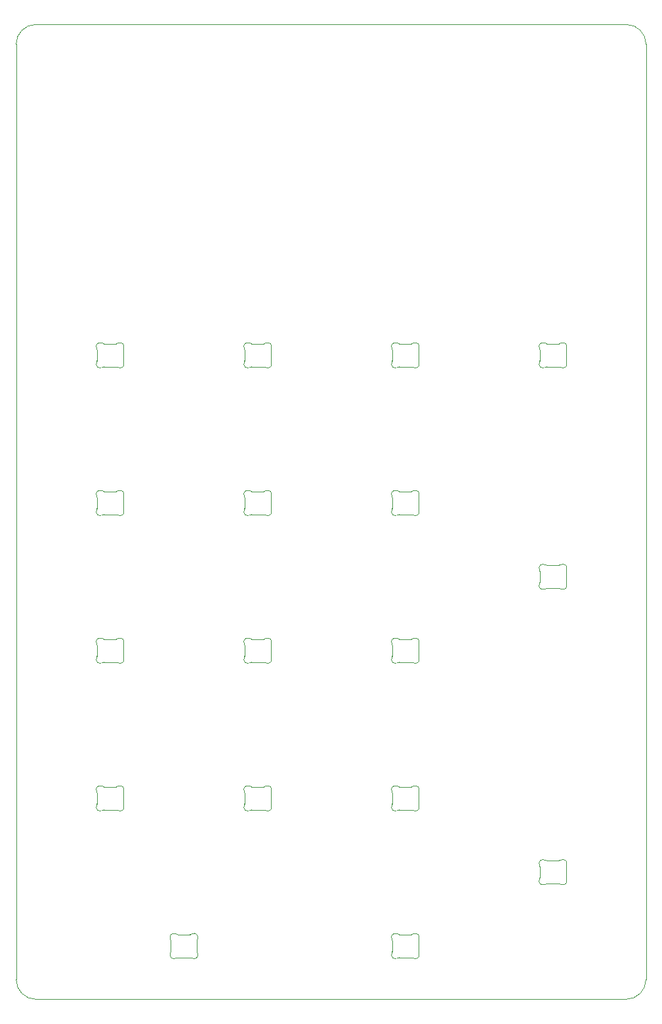
<source format=gbr>
%TF.GenerationSoftware,KiCad,Pcbnew,(6.0.10-0)*%
%TF.CreationDate,2023-02-04T09:28:37-08:00*%
%TF.ProjectId,ElephantKeyboard,456c6570-6861-46e7-944b-6579626f6172,rev?*%
%TF.SameCoordinates,Original*%
%TF.FileFunction,Profile,NP*%
%FSLAX46Y46*%
G04 Gerber Fmt 4.6, Leading zero omitted, Abs format (unit mm)*
G04 Created by KiCad (PCBNEW (6.0.10-0)) date 2023-02-04 09:28:37*
%MOMM*%
%LPD*%
G01*
G04 APERTURE LIST*
%TA.AperFunction,Profile*%
%ADD10C,0.100000*%
%TD*%
G04 APERTURE END LIST*
D10*
X139700000Y-161290000D02*
G75*
G03*
X142240000Y-158750000I0J2540000D01*
G01*
X63500000Y-35560000D02*
X139700000Y-35560000D01*
X142240000Y-158750000D02*
X142240000Y-38100000D01*
X60960000Y-158750000D02*
X60960000Y-38100000D01*
X60960000Y-158750000D02*
G75*
G03*
X63500000Y-161290000I2540000J0D01*
G01*
X142240000Y-38100000D02*
G75*
G03*
X139700000Y-35560000I-2540000J0D01*
G01*
X63500000Y-35560000D02*
G75*
G03*
X60960000Y-38100000I0J-2540000D01*
G01*
X63500000Y-161290000D02*
X139700000Y-161290000D01*
%TO.C,LED15*%
X80913501Y-155134841D02*
X80913501Y-153729157D01*
X84313499Y-153729157D02*
X84313499Y-155134841D01*
X81819048Y-152932000D02*
X83407953Y-152932000D01*
X83407952Y-155931999D02*
X81819048Y-155931999D01*
X80864020Y-155351721D02*
G75*
G03*
X81566789Y-156000296I450510J-216879D01*
G01*
X83407953Y-152932000D02*
G75*
G03*
X83660211Y-152863701I-3J500009D01*
G01*
X83660211Y-156000298D02*
G75*
G03*
X83407952Y-155931999I-252261J-431710D01*
G01*
X80864016Y-155351719D02*
G75*
G03*
X80913501Y-155134842I-450866J216959D01*
G01*
X84313499Y-155134841D02*
G75*
G03*
X84362984Y-155351719I499990J-2D01*
G01*
X81566789Y-152863700D02*
G75*
G03*
X80864016Y-153512279I-252259J-431700D01*
G01*
X84362984Y-153512279D02*
G75*
G03*
X84313499Y-153729156I450505J-216876D01*
G01*
X84362983Y-153512279D02*
G75*
G03*
X83660211Y-152863701I-450514J216878D01*
G01*
X81566789Y-152863700D02*
G75*
G03*
X81819047Y-152931999I252261J431710D01*
G01*
X83660211Y-156000298D02*
G75*
G03*
X84362984Y-155351718I252259J431700D01*
G01*
X80913513Y-153729157D02*
G75*
G03*
X80864016Y-153512279I-500513J-143D01*
G01*
X81819048Y-155932000D02*
G75*
G03*
X81566790Y-156000298I2J-500010D01*
G01*
%TO.C,LED5*%
X71388501Y-97984841D02*
X71388501Y-96579157D01*
X74788499Y-96579157D02*
X74788499Y-97984841D01*
X73882952Y-98781999D02*
X72294048Y-98781999D01*
X72294048Y-95782000D02*
X73882953Y-95782000D01*
X71339016Y-98201719D02*
G75*
G03*
X71388501Y-97984842I-450866J216959D01*
G01*
X73882953Y-95782000D02*
G75*
G03*
X74135211Y-95713701I-3J500009D01*
G01*
X74788499Y-97984841D02*
G75*
G03*
X74837984Y-98201719I499990J-2D01*
G01*
X74837984Y-96362279D02*
G75*
G03*
X74788499Y-96579156I450505J-216876D01*
G01*
X72294048Y-98782000D02*
G75*
G03*
X72041790Y-98850298I2J-500010D01*
G01*
X71388513Y-96579157D02*
G75*
G03*
X71339016Y-96362279I-500513J-143D01*
G01*
X72041789Y-95713700D02*
G75*
G03*
X71339016Y-96362279I-252259J-431700D01*
G01*
X71339020Y-98201721D02*
G75*
G03*
X72041789Y-98850296I450510J-216879D01*
G01*
X74135211Y-98850298D02*
G75*
G03*
X73882952Y-98781999I-252261J-431710D01*
G01*
X74135211Y-98850298D02*
G75*
G03*
X74837984Y-98201718I252259J431700D01*
G01*
X72041789Y-95713700D02*
G75*
G03*
X72294047Y-95781999I252261J431710D01*
G01*
X74837983Y-96362279D02*
G75*
G03*
X74135211Y-95713701I-450514J216878D01*
G01*
%TO.C,LED3*%
X112888499Y-77529157D02*
X112888499Y-78934841D01*
X111982952Y-79731999D02*
X110394048Y-79731999D01*
X110394048Y-76732000D02*
X111982953Y-76732000D01*
X109488501Y-78934841D02*
X109488501Y-77529157D01*
X112937983Y-77312279D02*
G75*
G03*
X112235211Y-76663701I-450514J216878D01*
G01*
X112888499Y-78934841D02*
G75*
G03*
X112937984Y-79151719I499990J-2D01*
G01*
X109439020Y-79151721D02*
G75*
G03*
X110141789Y-79800296I450510J-216879D01*
G01*
X109439016Y-79151719D02*
G75*
G03*
X109488501Y-78934842I-450866J216959D01*
G01*
X110394048Y-79732000D02*
G75*
G03*
X110141790Y-79800298I2J-500010D01*
G01*
X109488513Y-77529157D02*
G75*
G03*
X109439016Y-77312279I-500513J-143D01*
G01*
X112937984Y-77312279D02*
G75*
G03*
X112888499Y-77529156I450505J-216876D01*
G01*
X110141789Y-76663700D02*
G75*
G03*
X109439016Y-77312279I-252259J-431700D01*
G01*
X112235211Y-79800298D02*
G75*
G03*
X111982952Y-79731999I-252261J-431710D01*
G01*
X112235211Y-79800298D02*
G75*
G03*
X112937984Y-79151718I252259J431700D01*
G01*
X110141789Y-76663700D02*
G75*
G03*
X110394047Y-76731999I252261J431710D01*
G01*
X111982953Y-76732000D02*
G75*
G03*
X112235211Y-76663701I-3J500009D01*
G01*
%TO.C,LED13*%
X91344048Y-133882000D02*
X92932953Y-133882000D01*
X90438501Y-136084841D02*
X90438501Y-134679157D01*
X92932952Y-136881999D02*
X91344048Y-136881999D01*
X93838499Y-134679157D02*
X93838499Y-136084841D01*
X92932953Y-133882000D02*
G75*
G03*
X93185211Y-133813701I-3J500009D01*
G01*
X90389020Y-136301721D02*
G75*
G03*
X91091789Y-136950296I450510J-216879D01*
G01*
X93887983Y-134462279D02*
G75*
G03*
X93185211Y-133813701I-450514J216878D01*
G01*
X91344048Y-136882000D02*
G75*
G03*
X91091790Y-136950298I2J-500010D01*
G01*
X93185211Y-136950298D02*
G75*
G03*
X93887984Y-136301718I252259J431700D01*
G01*
X91091789Y-133813700D02*
G75*
G03*
X91344047Y-133881999I252261J431710D01*
G01*
X91091789Y-133813700D02*
G75*
G03*
X90389016Y-134462279I-252259J-431700D01*
G01*
X90438513Y-134679157D02*
G75*
G03*
X90389016Y-134462279I-500513J-143D01*
G01*
X93838499Y-136084841D02*
G75*
G03*
X93887984Y-136301719I499990J-2D01*
G01*
X93887984Y-134462279D02*
G75*
G03*
X93838499Y-134679156I450505J-216876D01*
G01*
X93185211Y-136950298D02*
G75*
G03*
X92932952Y-136881999I-252261J-431710D01*
G01*
X90389016Y-136301719D02*
G75*
G03*
X90438501Y-136084842I-450866J216959D01*
G01*
%TO.C,LED17*%
X129444048Y-143407000D02*
X131032953Y-143407000D01*
X131938499Y-144204157D02*
X131938499Y-145609841D01*
X131032952Y-146406999D02*
X129444048Y-146406999D01*
X128538501Y-145609841D02*
X128538501Y-144204157D01*
X131032953Y-143407000D02*
G75*
G03*
X131285211Y-143338701I-3J500009D01*
G01*
X129444048Y-146407000D02*
G75*
G03*
X129191790Y-146475298I2J-500010D01*
G01*
X131987984Y-143987279D02*
G75*
G03*
X131938499Y-144204156I450505J-216876D01*
G01*
X131938499Y-145609841D02*
G75*
G03*
X131987984Y-145826719I499990J-2D01*
G01*
X128538513Y-144204157D02*
G75*
G03*
X128489016Y-143987279I-500513J-143D01*
G01*
X129191789Y-143338700D02*
G75*
G03*
X129444047Y-143406999I252261J431710D01*
G01*
X131285211Y-146475298D02*
G75*
G03*
X131032952Y-146406999I-252261J-431710D01*
G01*
X129191789Y-143338700D02*
G75*
G03*
X128489016Y-143987279I-252259J-431700D01*
G01*
X131285211Y-146475298D02*
G75*
G03*
X131987984Y-145826718I252259J431700D01*
G01*
X131987983Y-143987279D02*
G75*
G03*
X131285211Y-143338701I-450514J216878D01*
G01*
X128489020Y-145826721D02*
G75*
G03*
X129191789Y-146475296I450510J-216879D01*
G01*
X128489016Y-145826719D02*
G75*
G03*
X128538501Y-145609842I-450866J216959D01*
G01*
%TO.C,LED6*%
X92932952Y-98781999D02*
X91344048Y-98781999D01*
X90438501Y-97984841D02*
X90438501Y-96579157D01*
X91344048Y-95782000D02*
X92932953Y-95782000D01*
X93838499Y-96579157D02*
X93838499Y-97984841D01*
X90389020Y-98201721D02*
G75*
G03*
X91091789Y-98850296I450510J-216879D01*
G01*
X90389016Y-98201719D02*
G75*
G03*
X90438501Y-97984842I-450866J216959D01*
G01*
X93887983Y-96362279D02*
G75*
G03*
X93185211Y-95713701I-450514J216878D01*
G01*
X91091789Y-95713700D02*
G75*
G03*
X91344047Y-95781999I252261J431710D01*
G01*
X93185211Y-98850298D02*
G75*
G03*
X93887984Y-98201718I252259J431700D01*
G01*
X93887984Y-96362279D02*
G75*
G03*
X93838499Y-96579156I450505J-216876D01*
G01*
X92932953Y-95782000D02*
G75*
G03*
X93185211Y-95713701I-3J500009D01*
G01*
X91344048Y-98782000D02*
G75*
G03*
X91091790Y-98850298I2J-500010D01*
G01*
X90438513Y-96579157D02*
G75*
G03*
X90389016Y-96362279I-500513J-143D01*
G01*
X91091789Y-95713700D02*
G75*
G03*
X90389016Y-96362279I-252259J-431700D01*
G01*
X93185211Y-98850298D02*
G75*
G03*
X92932952Y-98781999I-252261J-431710D01*
G01*
X93838499Y-97984841D02*
G75*
G03*
X93887984Y-98201719I499990J-2D01*
G01*
%TO.C,LED16*%
X109488501Y-155134841D02*
X109488501Y-153729157D01*
X111982952Y-155931999D02*
X110394048Y-155931999D01*
X110394048Y-152932000D02*
X111982953Y-152932000D01*
X112888499Y-153729157D02*
X112888499Y-155134841D01*
X111982953Y-152932000D02*
G75*
G03*
X112235211Y-152863701I-3J500009D01*
G01*
X112888499Y-155134841D02*
G75*
G03*
X112937984Y-155351719I499990J-2D01*
G01*
X112937984Y-153512279D02*
G75*
G03*
X112888499Y-153729156I450505J-216876D01*
G01*
X109488513Y-153729157D02*
G75*
G03*
X109439016Y-153512279I-500513J-143D01*
G01*
X109439016Y-155351719D02*
G75*
G03*
X109488501Y-155134842I-450866J216959D01*
G01*
X112235211Y-156000298D02*
G75*
G03*
X112937984Y-155351718I252259J431700D01*
G01*
X109439020Y-155351721D02*
G75*
G03*
X110141789Y-156000296I450510J-216879D01*
G01*
X110141789Y-152863700D02*
G75*
G03*
X110394047Y-152931999I252261J431710D01*
G01*
X112235211Y-156000298D02*
G75*
G03*
X111982952Y-155931999I-252261J-431710D01*
G01*
X110141789Y-152863700D02*
G75*
G03*
X109439016Y-153512279I-252259J-431700D01*
G01*
X110394048Y-155932000D02*
G75*
G03*
X110141790Y-156000298I2J-500010D01*
G01*
X112937983Y-153512279D02*
G75*
G03*
X112235211Y-152863701I-450514J216878D01*
G01*
%TO.C,LED4*%
X131938499Y-77529157D02*
X131938499Y-78934841D01*
X128538501Y-78934841D02*
X128538501Y-77529157D01*
X129444048Y-76732000D02*
X131032953Y-76732000D01*
X131032952Y-79731999D02*
X129444048Y-79731999D01*
X129191789Y-76663700D02*
G75*
G03*
X128489016Y-77312279I-252259J-431700D01*
G01*
X131032953Y-76732000D02*
G75*
G03*
X131285211Y-76663701I-3J500009D01*
G01*
X131285211Y-79800298D02*
G75*
G03*
X131987984Y-79151718I252259J431700D01*
G01*
X128489016Y-79151719D02*
G75*
G03*
X128538501Y-78934842I-450866J216959D01*
G01*
X128489020Y-79151721D02*
G75*
G03*
X129191789Y-79800296I450510J-216879D01*
G01*
X131285211Y-79800298D02*
G75*
G03*
X131032952Y-79731999I-252261J-431710D01*
G01*
X131987984Y-77312279D02*
G75*
G03*
X131938499Y-77529156I450505J-216876D01*
G01*
X129444048Y-79732000D02*
G75*
G03*
X129191790Y-79800298I2J-500010D01*
G01*
X129191789Y-76663700D02*
G75*
G03*
X129444047Y-76731999I252261J431710D01*
G01*
X131987983Y-77312279D02*
G75*
G03*
X131285211Y-76663701I-450514J216878D01*
G01*
X131938499Y-78934841D02*
G75*
G03*
X131987984Y-79151719I499990J-2D01*
G01*
X128538513Y-77529157D02*
G75*
G03*
X128489016Y-77312279I-500513J-143D01*
G01*
%TO.C,LED10*%
X112888499Y-115629157D02*
X112888499Y-117034841D01*
X111982952Y-117831999D02*
X110394048Y-117831999D01*
X109488501Y-117034841D02*
X109488501Y-115629157D01*
X110394048Y-114832000D02*
X111982953Y-114832000D01*
X110141789Y-114763700D02*
G75*
G03*
X109439016Y-115412279I-252259J-431700D01*
G01*
X112235211Y-117900298D02*
G75*
G03*
X112937984Y-117251718I252259J431700D01*
G01*
X112937984Y-115412279D02*
G75*
G03*
X112888499Y-115629156I450505J-216876D01*
G01*
X112888499Y-117034841D02*
G75*
G03*
X112937984Y-117251719I499990J-2D01*
G01*
X109439016Y-117251719D02*
G75*
G03*
X109488501Y-117034842I-450866J216959D01*
G01*
X110394048Y-117832000D02*
G75*
G03*
X110141790Y-117900298I2J-500010D01*
G01*
X112235211Y-117900298D02*
G75*
G03*
X111982952Y-117831999I-252261J-431710D01*
G01*
X109439020Y-117251721D02*
G75*
G03*
X110141789Y-117900296I450510J-216879D01*
G01*
X111982953Y-114832000D02*
G75*
G03*
X112235211Y-114763701I-3J500009D01*
G01*
X112937983Y-115412279D02*
G75*
G03*
X112235211Y-114763701I-450514J216878D01*
G01*
X110141789Y-114763700D02*
G75*
G03*
X110394047Y-114831999I252261J431710D01*
G01*
X109488513Y-115629157D02*
G75*
G03*
X109439016Y-115412279I-500513J-143D01*
G01*
%TO.C,LED9*%
X92932952Y-117831999D02*
X91344048Y-117831999D01*
X90438501Y-117034841D02*
X90438501Y-115629157D01*
X91344048Y-114832000D02*
X92932953Y-114832000D01*
X93838499Y-115629157D02*
X93838499Y-117034841D01*
X90438513Y-115629157D02*
G75*
G03*
X90389016Y-115412279I-500513J-143D01*
G01*
X90389020Y-117251721D02*
G75*
G03*
X91091789Y-117900296I450510J-216879D01*
G01*
X93185211Y-117900298D02*
G75*
G03*
X93887984Y-117251718I252259J431700D01*
G01*
X91091789Y-114763700D02*
G75*
G03*
X90389016Y-115412279I-252259J-431700D01*
G01*
X93185211Y-117900298D02*
G75*
G03*
X92932952Y-117831999I-252261J-431710D01*
G01*
X93838499Y-117034841D02*
G75*
G03*
X93887984Y-117251719I499990J-2D01*
G01*
X90389016Y-117251719D02*
G75*
G03*
X90438501Y-117034842I-450866J216959D01*
G01*
X92932953Y-114832000D02*
G75*
G03*
X93185211Y-114763701I-3J500009D01*
G01*
X93887984Y-115412279D02*
G75*
G03*
X93838499Y-115629156I450505J-216876D01*
G01*
X91091789Y-114763700D02*
G75*
G03*
X91344047Y-114831999I252261J431710D01*
G01*
X93887983Y-115412279D02*
G75*
G03*
X93185211Y-114763701I-450514J216878D01*
G01*
X91344048Y-117832000D02*
G75*
G03*
X91091790Y-117900298I2J-500010D01*
G01*
%TO.C,LED1*%
X74788499Y-77529157D02*
X74788499Y-78934841D01*
X71388501Y-78934841D02*
X71388501Y-77529157D01*
X72294048Y-76732000D02*
X73882953Y-76732000D01*
X73882952Y-79731999D02*
X72294048Y-79731999D01*
X71339020Y-79151721D02*
G75*
G03*
X72041789Y-79800296I450510J-216879D01*
G01*
X72294048Y-79732000D02*
G75*
G03*
X72041790Y-79800298I2J-500010D01*
G01*
X74135211Y-79800298D02*
G75*
G03*
X73882952Y-79731999I-252261J-431710D01*
G01*
X71339016Y-79151719D02*
G75*
G03*
X71388501Y-78934842I-450866J216959D01*
G01*
X73882953Y-76732000D02*
G75*
G03*
X74135211Y-76663701I-3J500009D01*
G01*
X74837983Y-77312279D02*
G75*
G03*
X74135211Y-76663701I-450514J216878D01*
G01*
X72041789Y-76663700D02*
G75*
G03*
X71339016Y-77312279I-252259J-431700D01*
G01*
X74135211Y-79800298D02*
G75*
G03*
X74837984Y-79151718I252259J431700D01*
G01*
X74837984Y-77312279D02*
G75*
G03*
X74788499Y-77529156I450505J-216876D01*
G01*
X74788499Y-78934841D02*
G75*
G03*
X74837984Y-79151719I499990J-2D01*
G01*
X71388513Y-77529157D02*
G75*
G03*
X71339016Y-77312279I-500513J-143D01*
G01*
X72041789Y-76663700D02*
G75*
G03*
X72294047Y-76731999I252261J431710D01*
G01*
%TO.C,LED12*%
X74788499Y-134679157D02*
X74788499Y-136084841D01*
X71388501Y-136084841D02*
X71388501Y-134679157D01*
X72294048Y-133882000D02*
X73882953Y-133882000D01*
X73882952Y-136881999D02*
X72294048Y-136881999D01*
X72041789Y-133813700D02*
G75*
G03*
X71339016Y-134462279I-252259J-431700D01*
G01*
X71339020Y-136301721D02*
G75*
G03*
X72041789Y-136950296I450510J-216879D01*
G01*
X74837984Y-134462279D02*
G75*
G03*
X74788499Y-134679156I450505J-216876D01*
G01*
X72294048Y-136882000D02*
G75*
G03*
X72041790Y-136950298I2J-500010D01*
G01*
X74135211Y-136950298D02*
G75*
G03*
X74837984Y-136301718I252259J431700D01*
G01*
X71339016Y-136301719D02*
G75*
G03*
X71388501Y-136084842I-450866J216959D01*
G01*
X73882953Y-133882000D02*
G75*
G03*
X74135211Y-133813701I-3J500009D01*
G01*
X74837983Y-134462279D02*
G75*
G03*
X74135211Y-133813701I-450514J216878D01*
G01*
X72041789Y-133813700D02*
G75*
G03*
X72294047Y-133881999I252261J431710D01*
G01*
X74788499Y-136084841D02*
G75*
G03*
X74837984Y-136301719I499990J-2D01*
G01*
X71388513Y-134679157D02*
G75*
G03*
X71339016Y-134462279I-500513J-143D01*
G01*
X74135211Y-136950298D02*
G75*
G03*
X73882952Y-136881999I-252261J-431710D01*
G01*
%TO.C,LED14*%
X111982952Y-136881999D02*
X110394048Y-136881999D01*
X109488501Y-136084841D02*
X109488501Y-134679157D01*
X110394048Y-133882000D02*
X111982953Y-133882000D01*
X112888499Y-134679157D02*
X112888499Y-136084841D01*
X112235211Y-136950298D02*
G75*
G03*
X111982952Y-136881999I-252261J-431710D01*
G01*
X110394048Y-136882000D02*
G75*
G03*
X110141790Y-136950298I2J-500010D01*
G01*
X112937984Y-134462279D02*
G75*
G03*
X112888499Y-134679156I450505J-216876D01*
G01*
X110141789Y-133813700D02*
G75*
G03*
X110394047Y-133881999I252261J431710D01*
G01*
X112235211Y-136950298D02*
G75*
G03*
X112937984Y-136301718I252259J431700D01*
G01*
X112937983Y-134462279D02*
G75*
G03*
X112235211Y-133813701I-450514J216878D01*
G01*
X110141789Y-133813700D02*
G75*
G03*
X109439016Y-134462279I-252259J-431700D01*
G01*
X111982953Y-133882000D02*
G75*
G03*
X112235211Y-133813701I-3J500009D01*
G01*
X109439020Y-136301721D02*
G75*
G03*
X110141789Y-136950296I450510J-216879D01*
G01*
X109488513Y-134679157D02*
G75*
G03*
X109439016Y-134462279I-500513J-143D01*
G01*
X112888499Y-136084841D02*
G75*
G03*
X112937984Y-136301719I499990J-2D01*
G01*
X109439016Y-136301719D02*
G75*
G03*
X109488501Y-136084842I-450866J216959D01*
G01*
%TO.C,LED8*%
X72294048Y-114832000D02*
X73882953Y-114832000D01*
X71388501Y-117034841D02*
X71388501Y-115629157D01*
X74788499Y-115629157D02*
X74788499Y-117034841D01*
X73882952Y-117831999D02*
X72294048Y-117831999D01*
X72041789Y-114763700D02*
G75*
G03*
X72294047Y-114831999I252261J431710D01*
G01*
X74788499Y-117034841D02*
G75*
G03*
X74837984Y-117251719I499990J-2D01*
G01*
X71388513Y-115629157D02*
G75*
G03*
X71339016Y-115412279I-500513J-143D01*
G01*
X74135211Y-117900298D02*
G75*
G03*
X73882952Y-117831999I-252261J-431710D01*
G01*
X71339016Y-117251719D02*
G75*
G03*
X71388501Y-117034842I-450866J216959D01*
G01*
X74837984Y-115412279D02*
G75*
G03*
X74788499Y-115629156I450505J-216876D01*
G01*
X72041789Y-114763700D02*
G75*
G03*
X71339016Y-115412279I-252259J-431700D01*
G01*
X73882953Y-114832000D02*
G75*
G03*
X74135211Y-114763701I-3J500009D01*
G01*
X74135211Y-117900298D02*
G75*
G03*
X74837984Y-117251718I252259J431700D01*
G01*
X72294048Y-117832000D02*
G75*
G03*
X72041790Y-117900298I2J-500010D01*
G01*
X71339020Y-117251721D02*
G75*
G03*
X72041789Y-117900296I450510J-216879D01*
G01*
X74837983Y-115412279D02*
G75*
G03*
X74135211Y-114763701I-450514J216878D01*
G01*
%TO.C,LED7*%
X109488501Y-97984841D02*
X109488501Y-96579157D01*
X112888499Y-96579157D02*
X112888499Y-97984841D01*
X111982952Y-98781999D02*
X110394048Y-98781999D01*
X110394048Y-95782000D02*
X111982953Y-95782000D01*
X112235211Y-98850298D02*
G75*
G03*
X111982952Y-98781999I-252261J-431710D01*
G01*
X112937983Y-96362279D02*
G75*
G03*
X112235211Y-95713701I-450514J216878D01*
G01*
X109439016Y-98201719D02*
G75*
G03*
X109488501Y-97984842I-450866J216959D01*
G01*
X112888499Y-97984841D02*
G75*
G03*
X112937984Y-98201719I499990J-2D01*
G01*
X110141789Y-95713700D02*
G75*
G03*
X109439016Y-96362279I-252259J-431700D01*
G01*
X109439020Y-98201721D02*
G75*
G03*
X110141789Y-98850296I450510J-216879D01*
G01*
X112235211Y-98850298D02*
G75*
G03*
X112937984Y-98201718I252259J431700D01*
G01*
X109488513Y-96579157D02*
G75*
G03*
X109439016Y-96362279I-500513J-143D01*
G01*
X110141789Y-95713700D02*
G75*
G03*
X110394047Y-95781999I252261J431710D01*
G01*
X111982953Y-95782000D02*
G75*
G03*
X112235211Y-95713701I-3J500009D01*
G01*
X110394048Y-98782000D02*
G75*
G03*
X110141790Y-98850298I2J-500010D01*
G01*
X112937984Y-96362279D02*
G75*
G03*
X112888499Y-96579156I450505J-216876D01*
G01*
%TO.C,LED2*%
X91344048Y-76732000D02*
X92932953Y-76732000D01*
X90438501Y-78934841D02*
X90438501Y-77529157D01*
X92932952Y-79731999D02*
X91344048Y-79731999D01*
X93838499Y-77529157D02*
X93838499Y-78934841D01*
X93887984Y-77312279D02*
G75*
G03*
X93838499Y-77529156I450505J-216876D01*
G01*
X90389020Y-79151721D02*
G75*
G03*
X91091789Y-79800296I450510J-216879D01*
G01*
X93887983Y-77312279D02*
G75*
G03*
X93185211Y-76663701I-450514J216878D01*
G01*
X90389016Y-79151719D02*
G75*
G03*
X90438501Y-78934842I-450866J216959D01*
G01*
X91344048Y-79732000D02*
G75*
G03*
X91091790Y-79800298I2J-500010D01*
G01*
X93185211Y-79800298D02*
G75*
G03*
X92932952Y-79731999I-252261J-431710D01*
G01*
X92932953Y-76732000D02*
G75*
G03*
X93185211Y-76663701I-3J500009D01*
G01*
X90438513Y-77529157D02*
G75*
G03*
X90389016Y-77312279I-500513J-143D01*
G01*
X93838499Y-78934841D02*
G75*
G03*
X93887984Y-79151719I499990J-2D01*
G01*
X91091789Y-76663700D02*
G75*
G03*
X90389016Y-77312279I-252259J-431700D01*
G01*
X91091789Y-76663700D02*
G75*
G03*
X91344047Y-76731999I252261J431710D01*
G01*
X93185211Y-79800298D02*
G75*
G03*
X93887984Y-79151718I252259J431700D01*
G01*
%TO.C,LED11*%
X131938499Y-106104157D02*
X131938499Y-107509841D01*
X129444048Y-105307000D02*
X131032953Y-105307000D01*
X131032952Y-108306999D02*
X129444048Y-108306999D01*
X128538501Y-107509841D02*
X128538501Y-106104157D01*
X129444048Y-108307000D02*
G75*
G03*
X129191790Y-108375298I2J-500010D01*
G01*
X131987983Y-105887279D02*
G75*
G03*
X131285211Y-105238701I-450514J216878D01*
G01*
X131285211Y-108375298D02*
G75*
G03*
X131032952Y-108306999I-252261J-431710D01*
G01*
X131938499Y-107509841D02*
G75*
G03*
X131987984Y-107726719I499990J-2D01*
G01*
X131987984Y-105887279D02*
G75*
G03*
X131938499Y-106104156I450505J-216876D01*
G01*
X128538513Y-106104157D02*
G75*
G03*
X128489016Y-105887279I-500513J-143D01*
G01*
X131285211Y-108375298D02*
G75*
G03*
X131987984Y-107726718I252259J431700D01*
G01*
X129191789Y-105238700D02*
G75*
G03*
X128489016Y-105887279I-252259J-431700D01*
G01*
X129191789Y-105238700D02*
G75*
G03*
X129444047Y-105306999I252261J431710D01*
G01*
X131032953Y-105307000D02*
G75*
G03*
X131285211Y-105238701I-3J500009D01*
G01*
X128489016Y-107726719D02*
G75*
G03*
X128538501Y-107509842I-450866J216959D01*
G01*
X128489020Y-107726721D02*
G75*
G03*
X129191789Y-108375296I450510J-216879D01*
G01*
%TD*%
M02*

</source>
